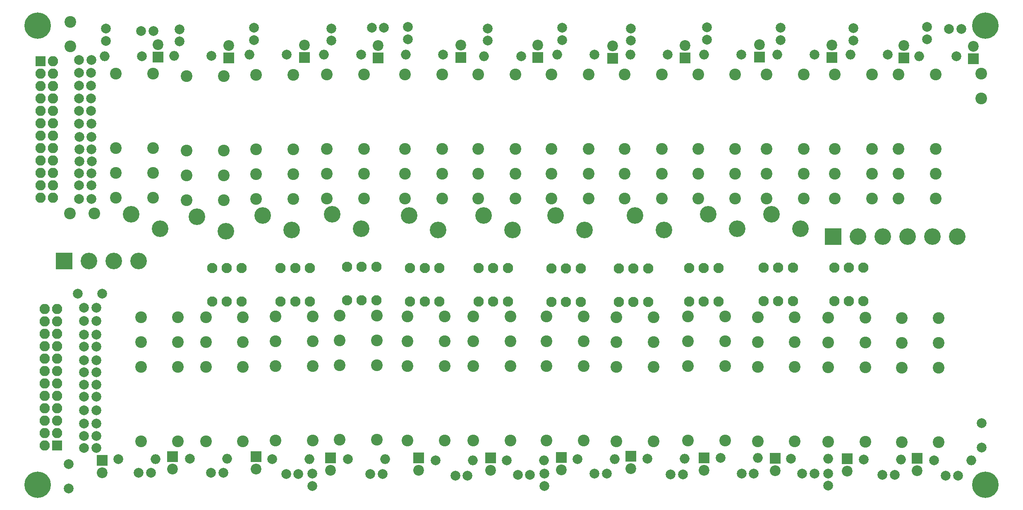
<source format=gbr>
G04 #@! TF.FileFunction,Soldermask,Bot*
%FSLAX46Y46*%
G04 Gerber Fmt 4.6, Leading zero omitted, Abs format (unit mm)*
G04 Created by KiCad (PCBNEW 4.0.7) date 11/24/19 00:27:14*
%MOMM*%
%LPD*%
G01*
G04 APERTURE LIST*
%ADD10C,0.100000*%
%ADD11C,2.400000*%
%ADD12R,2.200000X2.200000*%
%ADD13C,2.200000*%
%ADD14C,2.000000*%
%ADD15C,5.400000*%
%ADD16O,2.000000X2.000000*%
%ADD17R,2.100000X2.100000*%
%ADD18O,2.100000X2.100000*%
%ADD19C,3.400000*%
%ADD20R,3.400000X3.400000*%
%ADD21C,2.100000*%
G04 APERTURE END LIST*
D10*
D11*
X180400000Y-118100000D03*
X180400000Y-102860000D03*
X180400000Y-92700000D03*
X180400000Y-97780000D03*
X188000000Y-118100000D03*
X188000000Y-97780000D03*
X188000000Y-102860000D03*
X188000000Y-92700000D03*
X137200000Y-118000000D03*
X137200000Y-102760000D03*
X137200000Y-92600000D03*
X137200000Y-97680000D03*
X144800000Y-118000000D03*
X144800000Y-97680000D03*
X144800000Y-102760000D03*
X144800000Y-92600000D03*
X54150000Y-118100000D03*
X54150000Y-102860000D03*
X54150000Y-92700000D03*
X54150000Y-97780000D03*
X61750000Y-118100000D03*
X61750000Y-97780000D03*
X61750000Y-102860000D03*
X61750000Y-92700000D03*
D12*
X140200000Y-121400000D03*
D13*
X140200000Y-123940000D03*
D14*
X41500000Y-40100000D03*
X44000000Y-40100000D03*
X41450000Y-42700000D03*
X43950000Y-42700000D03*
X41450000Y-45300000D03*
X43950000Y-45300000D03*
X41450000Y-47950000D03*
X43950000Y-47950000D03*
X41450000Y-50500000D03*
X43950000Y-50500000D03*
X41500000Y-53100000D03*
X44000000Y-53100000D03*
X41540000Y-55790000D03*
X44040000Y-55790000D03*
X41560000Y-58340000D03*
X44060000Y-58340000D03*
X41600000Y-60830000D03*
X44100000Y-60830000D03*
X41500000Y-63250000D03*
X44000000Y-63250000D03*
D11*
X226150000Y-47900000D03*
X226150000Y-42900000D03*
D14*
X41500000Y-65750000D03*
X44000000Y-65750000D03*
X42500000Y-90750000D03*
X45000000Y-90750000D03*
X185100000Y-36000000D03*
X185100000Y-33500000D03*
X170000000Y-35900000D03*
X170000000Y-33400000D03*
X154400000Y-36100000D03*
X154400000Y-33600000D03*
X140400000Y-36000000D03*
X140400000Y-33500000D03*
X125100000Y-36100000D03*
X125100000Y-33600000D03*
X108800000Y-35800000D03*
X108800000Y-33300000D03*
X93100000Y-36100000D03*
X93100000Y-33600000D03*
X77300000Y-36000000D03*
X77300000Y-33500000D03*
X62100000Y-36300000D03*
X62100000Y-33800000D03*
X47000000Y-36150000D03*
X47000000Y-33650000D03*
D11*
X39675000Y-32250000D03*
X39675000Y-37250000D03*
X39650000Y-71500000D03*
X44650000Y-71500000D03*
D14*
X41500000Y-68500000D03*
X44000000Y-68500000D03*
X54200000Y-34150000D03*
X56700000Y-34150000D03*
X219550000Y-33750000D03*
X222050000Y-33750000D03*
X101400000Y-33450000D03*
X103900000Y-33450000D03*
X215050000Y-35800000D03*
X215050000Y-33300000D03*
X199950000Y-36050000D03*
X199950000Y-33550000D03*
D12*
X57650000Y-39450000D03*
D13*
X57650000Y-36910000D03*
D12*
X72100000Y-39650000D03*
D13*
X72100000Y-37110000D03*
D12*
X87600000Y-39550000D03*
D13*
X87600000Y-37010000D03*
D12*
X102700000Y-39650000D03*
D13*
X102700000Y-37110000D03*
D12*
X119600000Y-39600000D03*
D13*
X119600000Y-37060000D03*
D12*
X135400000Y-39550000D03*
D13*
X135400000Y-37010000D03*
D12*
X150700000Y-39700000D03*
D13*
X150700000Y-37160000D03*
D12*
X165550000Y-39650000D03*
D13*
X165550000Y-37110000D03*
D12*
X180800000Y-39450000D03*
D13*
X180800000Y-36910000D03*
D12*
X195550000Y-39550000D03*
D13*
X195550000Y-37010000D03*
D12*
X224520000Y-39810000D03*
D13*
X224520000Y-37270000D03*
D12*
X210310000Y-39620000D03*
D13*
X210310000Y-37080000D03*
D15*
X33000000Y-33000000D03*
X33000000Y-127000000D03*
X227000000Y-33000000D03*
X227000000Y-127000000D03*
D14*
X54350000Y-39300000D03*
D16*
X46730000Y-39300000D03*
D14*
X68600000Y-39250000D03*
D16*
X60980000Y-39250000D03*
D14*
X84000000Y-39000000D03*
D16*
X76380000Y-39000000D03*
D14*
X99250000Y-39000000D03*
D16*
X91630000Y-39000000D03*
D14*
X116000000Y-39000000D03*
D16*
X108380000Y-39000000D03*
D14*
X132000000Y-39300000D03*
D16*
X124380000Y-39300000D03*
D14*
X147000000Y-39000000D03*
D16*
X139380000Y-39000000D03*
D14*
X162000000Y-39000000D03*
D16*
X154380000Y-39000000D03*
D14*
X177000000Y-39000000D03*
D16*
X169380000Y-39000000D03*
D14*
X192000000Y-39000000D03*
D16*
X184380000Y-39000000D03*
D14*
X207000000Y-39000000D03*
D16*
X199380000Y-39000000D03*
D14*
X221090000Y-39320000D03*
D16*
X213470000Y-39320000D03*
D11*
X56632000Y-42832000D03*
X56632000Y-58072000D03*
X56632000Y-68232000D03*
X56632000Y-63152000D03*
X49032000Y-42832000D03*
X49032000Y-63152000D03*
X49032000Y-58072000D03*
X49032000Y-68232000D03*
X71110000Y-43340000D03*
X71110000Y-58580000D03*
X71110000Y-68740000D03*
X71110000Y-63660000D03*
X63510000Y-43340000D03*
X63510000Y-63660000D03*
X63510000Y-58580000D03*
X63510000Y-68740000D03*
X85334000Y-43086000D03*
X85334000Y-58326000D03*
X85334000Y-68486000D03*
X85334000Y-63406000D03*
X77734000Y-43086000D03*
X77734000Y-63406000D03*
X77734000Y-58326000D03*
X77734000Y-68486000D03*
X99800000Y-43000000D03*
X99800000Y-58240000D03*
X99800000Y-68400000D03*
X99800000Y-63320000D03*
X92200000Y-43000000D03*
X92200000Y-63320000D03*
X92200000Y-58240000D03*
X92200000Y-68400000D03*
X115800000Y-43000000D03*
X115800000Y-58240000D03*
X115800000Y-68400000D03*
X115800000Y-63320000D03*
X108200000Y-43000000D03*
X108200000Y-63320000D03*
X108200000Y-58240000D03*
X108200000Y-68400000D03*
X130800000Y-43000000D03*
X130800000Y-58240000D03*
X130800000Y-68400000D03*
X130800000Y-63320000D03*
X123200000Y-43000000D03*
X123200000Y-63320000D03*
X123200000Y-58240000D03*
X123200000Y-68400000D03*
X145800000Y-43000000D03*
X145800000Y-58240000D03*
X145800000Y-68400000D03*
X145800000Y-63320000D03*
X138200000Y-43000000D03*
X138200000Y-63320000D03*
X138200000Y-58240000D03*
X138200000Y-68400000D03*
X160800000Y-43000000D03*
X160800000Y-58240000D03*
X160800000Y-68400000D03*
X160800000Y-63320000D03*
X153200000Y-43000000D03*
X153200000Y-63320000D03*
X153200000Y-58240000D03*
X153200000Y-68400000D03*
X175800000Y-43000000D03*
X175800000Y-58240000D03*
X175800000Y-68400000D03*
X175800000Y-63320000D03*
X168200000Y-43000000D03*
X168200000Y-63320000D03*
X168200000Y-58240000D03*
X168200000Y-68400000D03*
X189800000Y-43000000D03*
X189800000Y-58240000D03*
X189800000Y-68400000D03*
X189800000Y-63320000D03*
X182200000Y-43000000D03*
X182200000Y-63320000D03*
X182200000Y-58240000D03*
X182200000Y-68400000D03*
X203800000Y-43000000D03*
X203800000Y-58240000D03*
X203800000Y-68400000D03*
X203800000Y-63320000D03*
X196200000Y-43000000D03*
X196200000Y-63320000D03*
X196200000Y-58240000D03*
X196200000Y-68400000D03*
X216800000Y-43000000D03*
X216800000Y-58240000D03*
X216800000Y-68400000D03*
X216800000Y-63320000D03*
X209200000Y-43000000D03*
X209200000Y-63320000D03*
X209200000Y-58240000D03*
X209200000Y-68400000D03*
D17*
X33600000Y-40300000D03*
D18*
X36140000Y-40300000D03*
X33600000Y-42840000D03*
X36140000Y-42840000D03*
X33600000Y-45380000D03*
X36140000Y-45380000D03*
X33600000Y-47920000D03*
X36140000Y-47920000D03*
X33600000Y-50460000D03*
X36140000Y-50460000D03*
X33600000Y-53000000D03*
X36140000Y-53000000D03*
X33600000Y-55540000D03*
X36140000Y-55540000D03*
X33600000Y-58080000D03*
X36140000Y-58080000D03*
X33600000Y-60620000D03*
X36140000Y-60620000D03*
X33600000Y-63160000D03*
X36140000Y-63160000D03*
X33600000Y-65700000D03*
X36140000Y-65700000D03*
X33600000Y-68240000D03*
X36140000Y-68240000D03*
D14*
X42500000Y-93500000D03*
X45000000Y-93500000D03*
X42500000Y-96250000D03*
X45000000Y-96250000D03*
X42500000Y-98750000D03*
X45000000Y-98750000D03*
X42500000Y-101500000D03*
X45000000Y-101500000D03*
X42500000Y-104000000D03*
X45000000Y-104000000D03*
X42500000Y-106500000D03*
X45000000Y-106500000D03*
X42500000Y-109000000D03*
X45000000Y-109000000D03*
X42500000Y-111750000D03*
X45000000Y-111750000D03*
X42500000Y-114500000D03*
X45000000Y-114500000D03*
X42500000Y-117000000D03*
X45000000Y-117000000D03*
X42500000Y-119500000D03*
X45000000Y-119500000D03*
X89250000Y-127250000D03*
X89250000Y-124750000D03*
X194800000Y-127200000D03*
X194800000Y-124700000D03*
X136750000Y-127250000D03*
X136750000Y-124750000D03*
X46250000Y-87900000D03*
X41250000Y-87900000D03*
X226250000Y-114400000D03*
X226250000Y-119400000D03*
X39400000Y-127800000D03*
X39400000Y-122800000D03*
X221400000Y-125200000D03*
X218900000Y-125200000D03*
X208450000Y-124950000D03*
X205950000Y-124950000D03*
X192000000Y-124750000D03*
X189500000Y-124750000D03*
X179600000Y-124700000D03*
X177100000Y-124700000D03*
X165100000Y-124900000D03*
X162600000Y-124900000D03*
X149500000Y-124750000D03*
X147000000Y-124750000D03*
X133800000Y-125000000D03*
X131300000Y-125000000D03*
X121000000Y-125200000D03*
X118500000Y-125200000D03*
X103600000Y-124800000D03*
X101100000Y-124800000D03*
X86400000Y-124800000D03*
X83900000Y-124800000D03*
X71000000Y-124600000D03*
X68500000Y-124600000D03*
X56200000Y-124600000D03*
X53700000Y-124600000D03*
D12*
X213050000Y-121600000D03*
D13*
X213050000Y-124140000D03*
D12*
X198700000Y-121650000D03*
D13*
X198700000Y-124190000D03*
D12*
X184000000Y-121600000D03*
D13*
X184000000Y-124140000D03*
D12*
X169400000Y-121500000D03*
D13*
X169400000Y-124040000D03*
D12*
X154400000Y-121200000D03*
D13*
X154400000Y-123740000D03*
D12*
X125750000Y-121500000D03*
D13*
X125750000Y-124040000D03*
D12*
X111000000Y-121500000D03*
D13*
X111000000Y-124040000D03*
D12*
X93000000Y-121500000D03*
D13*
X93000000Y-124040000D03*
D12*
X77750000Y-121250000D03*
D13*
X77750000Y-123790000D03*
D12*
X60617100Y-121272300D03*
D13*
X60617100Y-123812300D03*
D12*
X46250000Y-122000000D03*
D13*
X46250000Y-124540000D03*
D17*
X37000000Y-119000000D03*
D18*
X34460000Y-119000000D03*
X37000000Y-116460000D03*
X34460000Y-116460000D03*
X37000000Y-113920000D03*
X34460000Y-113920000D03*
X37000000Y-111380000D03*
X34460000Y-111380000D03*
X37000000Y-108840000D03*
X34460000Y-108840000D03*
X37000000Y-106300000D03*
X34460000Y-106300000D03*
X37000000Y-103760000D03*
X34460000Y-103760000D03*
X37000000Y-101220000D03*
X34460000Y-101220000D03*
X37000000Y-98680000D03*
X34460000Y-98680000D03*
X37000000Y-96140000D03*
X34460000Y-96140000D03*
X37000000Y-93600000D03*
X34460000Y-93600000D03*
X37000000Y-91060000D03*
X34460000Y-91060000D03*
D14*
X216450000Y-122000000D03*
D16*
X224070000Y-122000000D03*
D14*
X202100000Y-121850000D03*
D16*
X209720000Y-121850000D03*
D14*
X187200000Y-121650000D03*
D16*
X194820000Y-121650000D03*
D14*
X172800000Y-121500000D03*
D16*
X180420000Y-121500000D03*
D14*
X157800000Y-121700000D03*
D16*
X165420000Y-121700000D03*
D14*
X143500000Y-121750000D03*
D16*
X151120000Y-121750000D03*
D14*
X129000000Y-122000000D03*
D16*
X136620000Y-122000000D03*
D14*
X114500000Y-122000000D03*
D16*
X122120000Y-122000000D03*
D14*
X96500000Y-121750000D03*
D16*
X104120000Y-121750000D03*
D14*
X81000000Y-121750000D03*
D16*
X88620000Y-121750000D03*
D14*
X64178180Y-121678700D03*
D16*
X71798180Y-121678700D03*
D14*
X49500000Y-121750000D03*
D16*
X57120000Y-121750000D03*
D11*
X67450000Y-118150000D03*
X67450000Y-102910000D03*
X67450000Y-92750000D03*
X67450000Y-97830000D03*
X75050000Y-118150000D03*
X75050000Y-97830000D03*
X75050000Y-102910000D03*
X75050000Y-92750000D03*
X81700000Y-117950000D03*
X81700000Y-102710000D03*
X81700000Y-92550000D03*
X81700000Y-97630000D03*
X89300000Y-117950000D03*
X89300000Y-97630000D03*
X89300000Y-102710000D03*
X89300000Y-92550000D03*
X94850000Y-117800000D03*
X94850000Y-102560000D03*
X94850000Y-92400000D03*
X94850000Y-97480000D03*
X102450000Y-117800000D03*
X102450000Y-97480000D03*
X102450000Y-102560000D03*
X102450000Y-92400000D03*
X108700000Y-118000000D03*
X108700000Y-102760000D03*
X108700000Y-92600000D03*
X108700000Y-97680000D03*
X116300000Y-118000000D03*
X116300000Y-97680000D03*
X116300000Y-102760000D03*
X116300000Y-92600000D03*
X122200000Y-118000000D03*
X122200000Y-102760000D03*
X122200000Y-92600000D03*
X122200000Y-97680000D03*
X129800000Y-118000000D03*
X129800000Y-97680000D03*
X129800000Y-102760000D03*
X129800000Y-92600000D03*
X151500000Y-118100000D03*
X151500000Y-102860000D03*
X151500000Y-92700000D03*
X151500000Y-97780000D03*
X159100000Y-118100000D03*
X159100000Y-97780000D03*
X159100000Y-102860000D03*
X159100000Y-92700000D03*
X166100000Y-117950000D03*
X166100000Y-102710000D03*
X166100000Y-92550000D03*
X166100000Y-97630000D03*
X173700000Y-117950000D03*
X173700000Y-97630000D03*
X173700000Y-102710000D03*
X173700000Y-92550000D03*
X194850000Y-118200000D03*
X194850000Y-102960000D03*
X194850000Y-92800000D03*
X194850000Y-97880000D03*
X202450000Y-118200000D03*
X202450000Y-97880000D03*
X202450000Y-102960000D03*
X202450000Y-92800000D03*
X209850000Y-118300000D03*
X209850000Y-103060000D03*
X209850000Y-92900000D03*
X209850000Y-97980000D03*
X217450000Y-118300000D03*
X217450000Y-97980000D03*
X217450000Y-103060000D03*
X217450000Y-92900000D03*
D19*
X200880000Y-76200000D03*
X205960000Y-76200000D03*
D20*
X195800000Y-76200000D03*
D19*
X211040000Y-76200000D03*
X216120000Y-76200000D03*
X221200000Y-76200000D03*
X124254000Y-71906000D03*
X130254000Y-74906000D03*
X52118000Y-71652000D03*
X58118000Y-74652000D03*
X138986000Y-71906000D03*
X144986000Y-74906000D03*
X65580000Y-72160000D03*
X71580000Y-75160000D03*
X155242000Y-71906000D03*
X161242000Y-74906000D03*
X79042000Y-71906000D03*
X85042000Y-74906000D03*
X93266000Y-71652000D03*
X99266000Y-74652000D03*
X170228000Y-71652000D03*
X176228000Y-74652000D03*
X183182000Y-71652000D03*
X189182000Y-74652000D03*
X109014000Y-71906000D03*
X115014000Y-74906000D03*
D21*
X123254000Y-89492000D03*
X126254000Y-89492000D03*
X129254000Y-89492000D03*
X123254000Y-82639000D03*
X126254000Y-82639000D03*
X129254000Y-82639000D03*
X196054000Y-89392000D03*
X199054000Y-89392000D03*
X202054000Y-89392000D03*
X196054000Y-82539000D03*
X199054000Y-82539000D03*
X202054000Y-82539000D03*
X181604000Y-89442000D03*
X184604000Y-89442000D03*
X187604000Y-89442000D03*
X181604000Y-82589000D03*
X184604000Y-82589000D03*
X187604000Y-82589000D03*
X109254000Y-89492000D03*
X112254000Y-89492000D03*
X115254000Y-89492000D03*
X109254000Y-82639000D03*
X112254000Y-82639000D03*
X115254000Y-82639000D03*
X96354000Y-89292000D03*
X99354000Y-89292000D03*
X102354000Y-89292000D03*
X96354000Y-82439000D03*
X99354000Y-82439000D03*
X102354000Y-82439000D03*
X166354000Y-89542000D03*
X169354000Y-89542000D03*
X172354000Y-89542000D03*
X166354000Y-82689000D03*
X169354000Y-82689000D03*
X172354000Y-82689000D03*
X82754000Y-89492000D03*
X85754000Y-89492000D03*
X88754000Y-89492000D03*
X82754000Y-82639000D03*
X85754000Y-82639000D03*
X88754000Y-82639000D03*
X151954000Y-89592000D03*
X154954000Y-89592000D03*
X157954000Y-89592000D03*
X151954000Y-82739000D03*
X154954000Y-82739000D03*
X157954000Y-82739000D03*
X138154000Y-89592000D03*
X141154000Y-89592000D03*
X144154000Y-89592000D03*
X138154000Y-82739000D03*
X141154000Y-82739000D03*
X144154000Y-82739000D03*
X68754000Y-89492000D03*
X71754000Y-89492000D03*
X74754000Y-89492000D03*
X68754000Y-82639000D03*
X71754000Y-82639000D03*
X74754000Y-82639000D03*
D19*
X43530000Y-81250000D03*
X48610000Y-81250000D03*
D20*
X38450000Y-81250000D03*
D19*
X53690000Y-81250000D03*
M02*

</source>
